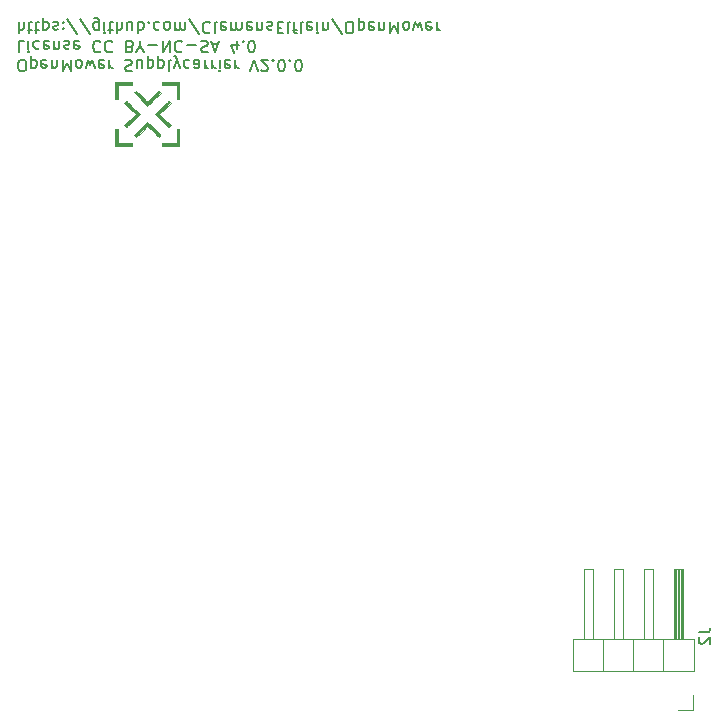
<source format=gbr>
%TF.GenerationSoftware,KiCad,Pcbnew,6.0.10+dfsg-1~bpo11+1*%
%TF.CreationDate,2023-02-16T23:00:13+00:00*%
%TF.ProjectId,mower_PowerDeviceCarrier,6d6f7765-725f-4506-9f77-657244657669,rev?*%
%TF.SameCoordinates,PX2b5aa20PY5837b10*%
%TF.FileFunction,Legend,Bot*%
%TF.FilePolarity,Positive*%
%FSLAX46Y46*%
G04 Gerber Fmt 4.6, Leading zero omitted, Abs format (unit mm)*
G04 Created by KiCad (PCBNEW 6.0.10+dfsg-1~bpo11+1) date 2023-02-16 23:00:13*
%MOMM*%
%LPD*%
G01*
G04 APERTURE LIST*
%ADD10C,0.150000*%
%ADD11C,0.120000*%
%ADD12C,0.010000*%
G04 APERTURE END LIST*
D10*
X37122871Y-56905619D02*
X37313347Y-56905619D01*
X37408585Y-56858000D01*
X37503823Y-56762761D01*
X37551442Y-56572285D01*
X37551442Y-56238952D01*
X37503823Y-56048476D01*
X37408585Y-55953238D01*
X37313347Y-55905619D01*
X37122871Y-55905619D01*
X37027633Y-55953238D01*
X36932395Y-56048476D01*
X36884776Y-56238952D01*
X36884776Y-56572285D01*
X36932395Y-56762761D01*
X37027633Y-56858000D01*
X37122871Y-56905619D01*
X37980014Y-56572285D02*
X37980014Y-55572285D01*
X37980014Y-56524666D02*
X38075252Y-56572285D01*
X38265728Y-56572285D01*
X38360966Y-56524666D01*
X38408585Y-56477047D01*
X38456204Y-56381809D01*
X38456204Y-56096095D01*
X38408585Y-56000857D01*
X38360966Y-55953238D01*
X38265728Y-55905619D01*
X38075252Y-55905619D01*
X37980014Y-55953238D01*
X39265728Y-55953238D02*
X39170490Y-55905619D01*
X38980014Y-55905619D01*
X38884776Y-55953238D01*
X38837157Y-56048476D01*
X38837157Y-56429428D01*
X38884776Y-56524666D01*
X38980014Y-56572285D01*
X39170490Y-56572285D01*
X39265728Y-56524666D01*
X39313347Y-56429428D01*
X39313347Y-56334190D01*
X38837157Y-56238952D01*
X39741919Y-56572285D02*
X39741919Y-55905619D01*
X39741919Y-56477047D02*
X39789538Y-56524666D01*
X39884776Y-56572285D01*
X40027633Y-56572285D01*
X40122871Y-56524666D01*
X40170490Y-56429428D01*
X40170490Y-55905619D01*
X40646680Y-55905619D02*
X40646680Y-56905619D01*
X40980014Y-56191333D01*
X41313347Y-56905619D01*
X41313347Y-55905619D01*
X41932395Y-55905619D02*
X41837157Y-55953238D01*
X41789538Y-56000857D01*
X41741919Y-56096095D01*
X41741919Y-56381809D01*
X41789538Y-56477047D01*
X41837157Y-56524666D01*
X41932395Y-56572285D01*
X42075252Y-56572285D01*
X42170490Y-56524666D01*
X42218109Y-56477047D01*
X42265728Y-56381809D01*
X42265728Y-56096095D01*
X42218109Y-56000857D01*
X42170490Y-55953238D01*
X42075252Y-55905619D01*
X41932395Y-55905619D01*
X42599061Y-56572285D02*
X42789538Y-55905619D01*
X42980014Y-56381809D01*
X43170490Y-55905619D01*
X43360966Y-56572285D01*
X44122871Y-55953238D02*
X44027633Y-55905619D01*
X43837157Y-55905619D01*
X43741919Y-55953238D01*
X43694300Y-56048476D01*
X43694300Y-56429428D01*
X43741919Y-56524666D01*
X43837157Y-56572285D01*
X44027633Y-56572285D01*
X44122871Y-56524666D01*
X44170490Y-56429428D01*
X44170490Y-56334190D01*
X43694300Y-56238952D01*
X44599061Y-55905619D02*
X44599061Y-56572285D01*
X44599061Y-56381809D02*
X44646680Y-56477047D01*
X44694300Y-56524666D01*
X44789538Y-56572285D01*
X44884776Y-56572285D01*
X45932395Y-55953238D02*
X46075252Y-55905619D01*
X46313347Y-55905619D01*
X46408585Y-55953238D01*
X46456204Y-56000857D01*
X46503823Y-56096095D01*
X46503823Y-56191333D01*
X46456204Y-56286571D01*
X46408585Y-56334190D01*
X46313347Y-56381809D01*
X46122871Y-56429428D01*
X46027633Y-56477047D01*
X45980014Y-56524666D01*
X45932395Y-56619904D01*
X45932395Y-56715142D01*
X45980014Y-56810380D01*
X46027633Y-56858000D01*
X46122871Y-56905619D01*
X46360966Y-56905619D01*
X46503823Y-56858000D01*
X47360966Y-56572285D02*
X47360966Y-55905619D01*
X46932395Y-56572285D02*
X46932395Y-56048476D01*
X46980014Y-55953238D01*
X47075252Y-55905619D01*
X47218109Y-55905619D01*
X47313347Y-55953238D01*
X47360966Y-56000857D01*
X47837157Y-56572285D02*
X47837157Y-55572285D01*
X47837157Y-56524666D02*
X47932395Y-56572285D01*
X48122871Y-56572285D01*
X48218109Y-56524666D01*
X48265728Y-56477047D01*
X48313347Y-56381809D01*
X48313347Y-56096095D01*
X48265728Y-56000857D01*
X48218109Y-55953238D01*
X48122871Y-55905619D01*
X47932395Y-55905619D01*
X47837157Y-55953238D01*
X48741919Y-56572285D02*
X48741919Y-55572285D01*
X48741919Y-56524666D02*
X48837157Y-56572285D01*
X49027633Y-56572285D01*
X49122871Y-56524666D01*
X49170490Y-56477047D01*
X49218109Y-56381809D01*
X49218109Y-56096095D01*
X49170490Y-56000857D01*
X49122871Y-55953238D01*
X49027633Y-55905619D01*
X48837157Y-55905619D01*
X48741919Y-55953238D01*
X49789538Y-55905619D02*
X49694299Y-55953238D01*
X49646680Y-56048476D01*
X49646680Y-56905619D01*
X50075252Y-56572285D02*
X50313347Y-55905619D01*
X50551442Y-56572285D02*
X50313347Y-55905619D01*
X50218109Y-55667523D01*
X50170490Y-55619904D01*
X50075252Y-55572285D01*
X51360966Y-55953238D02*
X51265728Y-55905619D01*
X51075252Y-55905619D01*
X50980014Y-55953238D01*
X50932395Y-56000857D01*
X50884776Y-56096095D01*
X50884776Y-56381809D01*
X50932395Y-56477047D01*
X50980014Y-56524666D01*
X51075252Y-56572285D01*
X51265728Y-56572285D01*
X51360966Y-56524666D01*
X52218109Y-55905619D02*
X52218109Y-56429428D01*
X52170490Y-56524666D01*
X52075252Y-56572285D01*
X51884776Y-56572285D01*
X51789538Y-56524666D01*
X52218109Y-55953238D02*
X52122871Y-55905619D01*
X51884776Y-55905619D01*
X51789538Y-55953238D01*
X51741919Y-56048476D01*
X51741919Y-56143714D01*
X51789538Y-56238952D01*
X51884776Y-56286571D01*
X52122871Y-56286571D01*
X52218109Y-56334190D01*
X52694299Y-55905619D02*
X52694299Y-56572285D01*
X52694299Y-56381809D02*
X52741919Y-56477047D01*
X52789538Y-56524666D01*
X52884776Y-56572285D01*
X52980014Y-56572285D01*
X53313347Y-55905619D02*
X53313347Y-56572285D01*
X53313347Y-56381809D02*
X53360966Y-56477047D01*
X53408585Y-56524666D01*
X53503823Y-56572285D01*
X53599061Y-56572285D01*
X53932395Y-55905619D02*
X53932395Y-56572285D01*
X53932395Y-56905619D02*
X53884776Y-56858000D01*
X53932395Y-56810380D01*
X53980014Y-56858000D01*
X53932395Y-56905619D01*
X53932395Y-56810380D01*
X54789538Y-55953238D02*
X54694299Y-55905619D01*
X54503823Y-55905619D01*
X54408585Y-55953238D01*
X54360966Y-56048476D01*
X54360966Y-56429428D01*
X54408585Y-56524666D01*
X54503823Y-56572285D01*
X54694299Y-56572285D01*
X54789538Y-56524666D01*
X54837157Y-56429428D01*
X54837157Y-56334190D01*
X54360966Y-56238952D01*
X55265728Y-55905619D02*
X55265728Y-56572285D01*
X55265728Y-56381809D02*
X55313347Y-56477047D01*
X55360966Y-56524666D01*
X55456204Y-56572285D01*
X55551442Y-56572285D01*
X56503823Y-56905619D02*
X56837157Y-55905619D01*
X57170490Y-56905619D01*
X57456204Y-56810380D02*
X57503823Y-56858000D01*
X57599061Y-56905619D01*
X57837157Y-56905619D01*
X57932395Y-56858000D01*
X57980014Y-56810380D01*
X58027633Y-56715142D01*
X58027633Y-56619904D01*
X57980014Y-56477047D01*
X57408585Y-55905619D01*
X58027633Y-55905619D01*
X58456204Y-56000857D02*
X58503823Y-55953238D01*
X58456204Y-55905619D01*
X58408585Y-55953238D01*
X58456204Y-56000857D01*
X58456204Y-55905619D01*
X59122871Y-56905619D02*
X59218109Y-56905619D01*
X59313347Y-56858000D01*
X59360966Y-56810380D01*
X59408585Y-56715142D01*
X59456204Y-56524666D01*
X59456204Y-56286571D01*
X59408585Y-56096095D01*
X59360966Y-56000857D01*
X59313347Y-55953238D01*
X59218109Y-55905619D01*
X59122871Y-55905619D01*
X59027633Y-55953238D01*
X58980014Y-56000857D01*
X58932395Y-56096095D01*
X58884776Y-56286571D01*
X58884776Y-56524666D01*
X58932395Y-56715142D01*
X58980014Y-56810380D01*
X59027633Y-56858000D01*
X59122871Y-56905619D01*
X59884776Y-56000857D02*
X59932395Y-55953238D01*
X59884776Y-55905619D01*
X59837157Y-55953238D01*
X59884776Y-56000857D01*
X59884776Y-55905619D01*
X60551442Y-56905619D02*
X60646680Y-56905619D01*
X60741919Y-56858000D01*
X60789538Y-56810380D01*
X60837157Y-56715142D01*
X60884776Y-56524666D01*
X60884776Y-56286571D01*
X60837157Y-56096095D01*
X60789538Y-56000857D01*
X60741919Y-55953238D01*
X60646680Y-55905619D01*
X60551442Y-55905619D01*
X60456204Y-55953238D01*
X60408585Y-56000857D01*
X60360966Y-56096095D01*
X60313347Y-56286571D01*
X60313347Y-56524666D01*
X60360966Y-56715142D01*
X60408585Y-56810380D01*
X60456204Y-56858000D01*
X60551442Y-56905619D01*
X37408585Y-54295619D02*
X36932395Y-54295619D01*
X36932395Y-55295619D01*
X37741919Y-54295619D02*
X37741919Y-54962285D01*
X37741919Y-55295619D02*
X37694300Y-55248000D01*
X37741919Y-55200380D01*
X37789538Y-55248000D01*
X37741919Y-55295619D01*
X37741919Y-55200380D01*
X38646680Y-54343238D02*
X38551442Y-54295619D01*
X38360966Y-54295619D01*
X38265728Y-54343238D01*
X38218109Y-54390857D01*
X38170490Y-54486095D01*
X38170490Y-54771809D01*
X38218109Y-54867047D01*
X38265728Y-54914666D01*
X38360966Y-54962285D01*
X38551442Y-54962285D01*
X38646680Y-54914666D01*
X39456204Y-54343238D02*
X39360966Y-54295619D01*
X39170490Y-54295619D01*
X39075252Y-54343238D01*
X39027633Y-54438476D01*
X39027633Y-54819428D01*
X39075252Y-54914666D01*
X39170490Y-54962285D01*
X39360966Y-54962285D01*
X39456204Y-54914666D01*
X39503823Y-54819428D01*
X39503823Y-54724190D01*
X39027633Y-54628952D01*
X39932395Y-54962285D02*
X39932395Y-54295619D01*
X39932395Y-54867047D02*
X39980014Y-54914666D01*
X40075252Y-54962285D01*
X40218109Y-54962285D01*
X40313347Y-54914666D01*
X40360966Y-54819428D01*
X40360966Y-54295619D01*
X40789538Y-54343238D02*
X40884776Y-54295619D01*
X41075252Y-54295619D01*
X41170490Y-54343238D01*
X41218109Y-54438476D01*
X41218109Y-54486095D01*
X41170490Y-54581333D01*
X41075252Y-54628952D01*
X40932395Y-54628952D01*
X40837157Y-54676571D01*
X40789538Y-54771809D01*
X40789538Y-54819428D01*
X40837157Y-54914666D01*
X40932395Y-54962285D01*
X41075252Y-54962285D01*
X41170490Y-54914666D01*
X42027633Y-54343238D02*
X41932395Y-54295619D01*
X41741919Y-54295619D01*
X41646680Y-54343238D01*
X41599061Y-54438476D01*
X41599061Y-54819428D01*
X41646680Y-54914666D01*
X41741919Y-54962285D01*
X41932395Y-54962285D01*
X42027633Y-54914666D01*
X42075252Y-54819428D01*
X42075252Y-54724190D01*
X41599061Y-54628952D01*
X43837157Y-54390857D02*
X43789538Y-54343238D01*
X43646680Y-54295619D01*
X43551442Y-54295619D01*
X43408585Y-54343238D01*
X43313347Y-54438476D01*
X43265728Y-54533714D01*
X43218109Y-54724190D01*
X43218109Y-54867047D01*
X43265728Y-55057523D01*
X43313347Y-55152761D01*
X43408585Y-55248000D01*
X43551442Y-55295619D01*
X43646680Y-55295619D01*
X43789538Y-55248000D01*
X43837157Y-55200380D01*
X44837157Y-54390857D02*
X44789538Y-54343238D01*
X44646680Y-54295619D01*
X44551442Y-54295619D01*
X44408585Y-54343238D01*
X44313347Y-54438476D01*
X44265728Y-54533714D01*
X44218109Y-54724190D01*
X44218109Y-54867047D01*
X44265728Y-55057523D01*
X44313347Y-55152761D01*
X44408585Y-55248000D01*
X44551442Y-55295619D01*
X44646680Y-55295619D01*
X44789538Y-55248000D01*
X44837157Y-55200380D01*
X46360966Y-54819428D02*
X46503823Y-54771809D01*
X46551442Y-54724190D01*
X46599061Y-54628952D01*
X46599061Y-54486095D01*
X46551442Y-54390857D01*
X46503823Y-54343238D01*
X46408585Y-54295619D01*
X46027633Y-54295619D01*
X46027633Y-55295619D01*
X46360966Y-55295619D01*
X46456204Y-55248000D01*
X46503823Y-55200380D01*
X46551442Y-55105142D01*
X46551442Y-55009904D01*
X46503823Y-54914666D01*
X46456204Y-54867047D01*
X46360966Y-54819428D01*
X46027633Y-54819428D01*
X47218109Y-54771809D02*
X47218109Y-54295619D01*
X46884776Y-55295619D02*
X47218109Y-54771809D01*
X47551442Y-55295619D01*
X47884776Y-54676571D02*
X48646680Y-54676571D01*
X49122871Y-54295619D02*
X49122871Y-55295619D01*
X49694300Y-54295619D01*
X49694300Y-55295619D01*
X50741919Y-54390857D02*
X50694300Y-54343238D01*
X50551442Y-54295619D01*
X50456204Y-54295619D01*
X50313347Y-54343238D01*
X50218109Y-54438476D01*
X50170490Y-54533714D01*
X50122871Y-54724190D01*
X50122871Y-54867047D01*
X50170490Y-55057523D01*
X50218109Y-55152761D01*
X50313347Y-55248000D01*
X50456204Y-55295619D01*
X50551442Y-55295619D01*
X50694300Y-55248000D01*
X50741919Y-55200380D01*
X51170490Y-54676571D02*
X51932395Y-54676571D01*
X52360966Y-54343238D02*
X52503823Y-54295619D01*
X52741919Y-54295619D01*
X52837157Y-54343238D01*
X52884776Y-54390857D01*
X52932395Y-54486095D01*
X52932395Y-54581333D01*
X52884776Y-54676571D01*
X52837157Y-54724190D01*
X52741919Y-54771809D01*
X52551442Y-54819428D01*
X52456204Y-54867047D01*
X52408585Y-54914666D01*
X52360966Y-55009904D01*
X52360966Y-55105142D01*
X52408585Y-55200380D01*
X52456204Y-55248000D01*
X52551442Y-55295619D01*
X52789538Y-55295619D01*
X52932395Y-55248000D01*
X53313347Y-54581333D02*
X53789538Y-54581333D01*
X53218109Y-54295619D02*
X53551442Y-55295619D01*
X53884776Y-54295619D01*
X55408585Y-54962285D02*
X55408585Y-54295619D01*
X55170490Y-55343238D02*
X54932395Y-54628952D01*
X55551442Y-54628952D01*
X55932395Y-54390857D02*
X55980014Y-54343238D01*
X55932395Y-54295619D01*
X55884776Y-54343238D01*
X55932395Y-54390857D01*
X55932395Y-54295619D01*
X56599061Y-55295619D02*
X56694300Y-55295619D01*
X56789538Y-55248000D01*
X56837157Y-55200380D01*
X56884776Y-55105142D01*
X56932395Y-54914666D01*
X56932395Y-54676571D01*
X56884776Y-54486095D01*
X56837157Y-54390857D01*
X56789538Y-54343238D01*
X56694300Y-54295619D01*
X56599061Y-54295619D01*
X56503823Y-54343238D01*
X56456204Y-54390857D01*
X56408585Y-54486095D01*
X56360966Y-54676571D01*
X56360966Y-54914666D01*
X56408585Y-55105142D01*
X56456204Y-55200380D01*
X56503823Y-55248000D01*
X56599061Y-55295619D01*
X36932395Y-52685619D02*
X36932395Y-53685619D01*
X37360966Y-52685619D02*
X37360966Y-53209428D01*
X37313347Y-53304666D01*
X37218109Y-53352285D01*
X37075252Y-53352285D01*
X36980014Y-53304666D01*
X36932395Y-53257047D01*
X37694300Y-53352285D02*
X38075252Y-53352285D01*
X37837157Y-53685619D02*
X37837157Y-52828476D01*
X37884776Y-52733238D01*
X37980014Y-52685619D01*
X38075252Y-52685619D01*
X38265728Y-53352285D02*
X38646680Y-53352285D01*
X38408585Y-53685619D02*
X38408585Y-52828476D01*
X38456204Y-52733238D01*
X38551442Y-52685619D01*
X38646680Y-52685619D01*
X38980014Y-53352285D02*
X38980014Y-52352285D01*
X38980014Y-53304666D02*
X39075252Y-53352285D01*
X39265728Y-53352285D01*
X39360966Y-53304666D01*
X39408585Y-53257047D01*
X39456204Y-53161809D01*
X39456204Y-52876095D01*
X39408585Y-52780857D01*
X39360966Y-52733238D01*
X39265728Y-52685619D01*
X39075252Y-52685619D01*
X38980014Y-52733238D01*
X39837157Y-52733238D02*
X39932395Y-52685619D01*
X40122871Y-52685619D01*
X40218109Y-52733238D01*
X40265728Y-52828476D01*
X40265728Y-52876095D01*
X40218109Y-52971333D01*
X40122871Y-53018952D01*
X39980014Y-53018952D01*
X39884776Y-53066571D01*
X39837157Y-53161809D01*
X39837157Y-53209428D01*
X39884776Y-53304666D01*
X39980014Y-53352285D01*
X40122871Y-53352285D01*
X40218109Y-53304666D01*
X40694300Y-52780857D02*
X40741919Y-52733238D01*
X40694300Y-52685619D01*
X40646680Y-52733238D01*
X40694300Y-52780857D01*
X40694300Y-52685619D01*
X40694300Y-53304666D02*
X40741919Y-53257047D01*
X40694300Y-53209428D01*
X40646680Y-53257047D01*
X40694300Y-53304666D01*
X40694300Y-53209428D01*
X41884776Y-53733238D02*
X41027633Y-52447523D01*
X42932395Y-53733238D02*
X42075252Y-52447523D01*
X43694300Y-53352285D02*
X43694300Y-52542761D01*
X43646680Y-52447523D01*
X43599061Y-52399904D01*
X43503823Y-52352285D01*
X43360966Y-52352285D01*
X43265728Y-52399904D01*
X43694300Y-52733238D02*
X43599061Y-52685619D01*
X43408585Y-52685619D01*
X43313347Y-52733238D01*
X43265728Y-52780857D01*
X43218109Y-52876095D01*
X43218109Y-53161809D01*
X43265728Y-53257047D01*
X43313347Y-53304666D01*
X43408585Y-53352285D01*
X43599061Y-53352285D01*
X43694300Y-53304666D01*
X44170490Y-52685619D02*
X44170490Y-53352285D01*
X44170490Y-53685619D02*
X44122871Y-53638000D01*
X44170490Y-53590380D01*
X44218109Y-53638000D01*
X44170490Y-53685619D01*
X44170490Y-53590380D01*
X44503823Y-53352285D02*
X44884776Y-53352285D01*
X44646680Y-53685619D02*
X44646680Y-52828476D01*
X44694300Y-52733238D01*
X44789538Y-52685619D01*
X44884776Y-52685619D01*
X45218109Y-52685619D02*
X45218109Y-53685619D01*
X45646680Y-52685619D02*
X45646680Y-53209428D01*
X45599061Y-53304666D01*
X45503823Y-53352285D01*
X45360966Y-53352285D01*
X45265728Y-53304666D01*
X45218109Y-53257047D01*
X46551442Y-53352285D02*
X46551442Y-52685619D01*
X46122871Y-53352285D02*
X46122871Y-52828476D01*
X46170490Y-52733238D01*
X46265728Y-52685619D01*
X46408585Y-52685619D01*
X46503823Y-52733238D01*
X46551442Y-52780857D01*
X47027633Y-52685619D02*
X47027633Y-53685619D01*
X47027633Y-53304666D02*
X47122871Y-53352285D01*
X47313347Y-53352285D01*
X47408585Y-53304666D01*
X47456204Y-53257047D01*
X47503823Y-53161809D01*
X47503823Y-52876095D01*
X47456204Y-52780857D01*
X47408585Y-52733238D01*
X47313347Y-52685619D01*
X47122871Y-52685619D01*
X47027633Y-52733238D01*
X47932395Y-52780857D02*
X47980014Y-52733238D01*
X47932395Y-52685619D01*
X47884776Y-52733238D01*
X47932395Y-52780857D01*
X47932395Y-52685619D01*
X48837157Y-52733238D02*
X48741919Y-52685619D01*
X48551442Y-52685619D01*
X48456204Y-52733238D01*
X48408585Y-52780857D01*
X48360966Y-52876095D01*
X48360966Y-53161809D01*
X48408585Y-53257047D01*
X48456204Y-53304666D01*
X48551442Y-53352285D01*
X48741919Y-53352285D01*
X48837157Y-53304666D01*
X49408585Y-52685619D02*
X49313347Y-52733238D01*
X49265728Y-52780857D01*
X49218109Y-52876095D01*
X49218109Y-53161809D01*
X49265728Y-53257047D01*
X49313347Y-53304666D01*
X49408585Y-53352285D01*
X49551442Y-53352285D01*
X49646680Y-53304666D01*
X49694300Y-53257047D01*
X49741919Y-53161809D01*
X49741919Y-52876095D01*
X49694300Y-52780857D01*
X49646680Y-52733238D01*
X49551442Y-52685619D01*
X49408585Y-52685619D01*
X50170490Y-52685619D02*
X50170490Y-53352285D01*
X50170490Y-53257047D02*
X50218109Y-53304666D01*
X50313347Y-53352285D01*
X50456204Y-53352285D01*
X50551442Y-53304666D01*
X50599061Y-53209428D01*
X50599061Y-52685619D01*
X50599061Y-53209428D02*
X50646680Y-53304666D01*
X50741919Y-53352285D01*
X50884776Y-53352285D01*
X50980014Y-53304666D01*
X51027633Y-53209428D01*
X51027633Y-52685619D01*
X52218109Y-53733238D02*
X51360966Y-52447523D01*
X53122871Y-52780857D02*
X53075252Y-52733238D01*
X52932395Y-52685619D01*
X52837157Y-52685619D01*
X52694300Y-52733238D01*
X52599061Y-52828476D01*
X52551442Y-52923714D01*
X52503823Y-53114190D01*
X52503823Y-53257047D01*
X52551442Y-53447523D01*
X52599061Y-53542761D01*
X52694300Y-53638000D01*
X52837157Y-53685619D01*
X52932395Y-53685619D01*
X53075252Y-53638000D01*
X53122871Y-53590380D01*
X53694300Y-52685619D02*
X53599061Y-52733238D01*
X53551442Y-52828476D01*
X53551442Y-53685619D01*
X54456204Y-52733238D02*
X54360966Y-52685619D01*
X54170490Y-52685619D01*
X54075252Y-52733238D01*
X54027633Y-52828476D01*
X54027633Y-53209428D01*
X54075252Y-53304666D01*
X54170490Y-53352285D01*
X54360966Y-53352285D01*
X54456204Y-53304666D01*
X54503823Y-53209428D01*
X54503823Y-53114190D01*
X54027633Y-53018952D01*
X54932395Y-52685619D02*
X54932395Y-53352285D01*
X54932395Y-53257047D02*
X54980014Y-53304666D01*
X55075252Y-53352285D01*
X55218109Y-53352285D01*
X55313347Y-53304666D01*
X55360966Y-53209428D01*
X55360966Y-52685619D01*
X55360966Y-53209428D02*
X55408585Y-53304666D01*
X55503823Y-53352285D01*
X55646680Y-53352285D01*
X55741919Y-53304666D01*
X55789538Y-53209428D01*
X55789538Y-52685619D01*
X56646680Y-52733238D02*
X56551442Y-52685619D01*
X56360966Y-52685619D01*
X56265728Y-52733238D01*
X56218109Y-52828476D01*
X56218109Y-53209428D01*
X56265728Y-53304666D01*
X56360966Y-53352285D01*
X56551442Y-53352285D01*
X56646680Y-53304666D01*
X56694300Y-53209428D01*
X56694300Y-53114190D01*
X56218109Y-53018952D01*
X57122871Y-53352285D02*
X57122871Y-52685619D01*
X57122871Y-53257047D02*
X57170490Y-53304666D01*
X57265728Y-53352285D01*
X57408585Y-53352285D01*
X57503823Y-53304666D01*
X57551442Y-53209428D01*
X57551442Y-52685619D01*
X57980014Y-52733238D02*
X58075252Y-52685619D01*
X58265728Y-52685619D01*
X58360966Y-52733238D01*
X58408585Y-52828476D01*
X58408585Y-52876095D01*
X58360966Y-52971333D01*
X58265728Y-53018952D01*
X58122871Y-53018952D01*
X58027633Y-53066571D01*
X57980014Y-53161809D01*
X57980014Y-53209428D01*
X58027633Y-53304666D01*
X58122871Y-53352285D01*
X58265728Y-53352285D01*
X58360966Y-53304666D01*
X58837157Y-53209428D02*
X59170490Y-53209428D01*
X59313347Y-52685619D02*
X58837157Y-52685619D01*
X58837157Y-53685619D01*
X59313347Y-53685619D01*
X59884776Y-52685619D02*
X59789538Y-52733238D01*
X59741919Y-52828476D01*
X59741919Y-53685619D01*
X60122871Y-53352285D02*
X60503823Y-53352285D01*
X60265728Y-52685619D02*
X60265728Y-53542761D01*
X60313347Y-53638000D01*
X60408585Y-53685619D01*
X60503823Y-53685619D01*
X60980014Y-52685619D02*
X60884776Y-52733238D01*
X60837157Y-52828476D01*
X60837157Y-53685619D01*
X61741919Y-52733238D02*
X61646680Y-52685619D01*
X61456204Y-52685619D01*
X61360966Y-52733238D01*
X61313347Y-52828476D01*
X61313347Y-53209428D01*
X61360966Y-53304666D01*
X61456204Y-53352285D01*
X61646680Y-53352285D01*
X61741919Y-53304666D01*
X61789538Y-53209428D01*
X61789538Y-53114190D01*
X61313347Y-53018952D01*
X62218109Y-52685619D02*
X62218109Y-53352285D01*
X62218109Y-53685619D02*
X62170490Y-53638000D01*
X62218109Y-53590380D01*
X62265728Y-53638000D01*
X62218109Y-53685619D01*
X62218109Y-53590380D01*
X62694300Y-53352285D02*
X62694300Y-52685619D01*
X62694300Y-53257047D02*
X62741919Y-53304666D01*
X62837157Y-53352285D01*
X62980014Y-53352285D01*
X63075252Y-53304666D01*
X63122871Y-53209428D01*
X63122871Y-52685619D01*
X64313347Y-53733238D02*
X63456204Y-52447523D01*
X64837157Y-53685619D02*
X65027633Y-53685619D01*
X65122871Y-53638000D01*
X65218109Y-53542761D01*
X65265728Y-53352285D01*
X65265728Y-53018952D01*
X65218109Y-52828476D01*
X65122871Y-52733238D01*
X65027633Y-52685619D01*
X64837157Y-52685619D01*
X64741919Y-52733238D01*
X64646680Y-52828476D01*
X64599061Y-53018952D01*
X64599061Y-53352285D01*
X64646680Y-53542761D01*
X64741919Y-53638000D01*
X64837157Y-53685619D01*
X65694300Y-53352285D02*
X65694300Y-52352285D01*
X65694300Y-53304666D02*
X65789538Y-53352285D01*
X65980014Y-53352285D01*
X66075252Y-53304666D01*
X66122871Y-53257047D01*
X66170490Y-53161809D01*
X66170490Y-52876095D01*
X66122871Y-52780857D01*
X66075252Y-52733238D01*
X65980014Y-52685619D01*
X65789538Y-52685619D01*
X65694300Y-52733238D01*
X66980014Y-52733238D02*
X66884776Y-52685619D01*
X66694300Y-52685619D01*
X66599061Y-52733238D01*
X66551442Y-52828476D01*
X66551442Y-53209428D01*
X66599061Y-53304666D01*
X66694300Y-53352285D01*
X66884776Y-53352285D01*
X66980014Y-53304666D01*
X67027633Y-53209428D01*
X67027633Y-53114190D01*
X66551442Y-53018952D01*
X67456204Y-53352285D02*
X67456204Y-52685619D01*
X67456204Y-53257047D02*
X67503823Y-53304666D01*
X67599061Y-53352285D01*
X67741919Y-53352285D01*
X67837157Y-53304666D01*
X67884776Y-53209428D01*
X67884776Y-52685619D01*
X68360966Y-52685619D02*
X68360966Y-53685619D01*
X68694300Y-52971333D01*
X69027633Y-53685619D01*
X69027633Y-52685619D01*
X69646680Y-52685619D02*
X69551442Y-52733238D01*
X69503823Y-52780857D01*
X69456204Y-52876095D01*
X69456204Y-53161809D01*
X69503823Y-53257047D01*
X69551442Y-53304666D01*
X69646680Y-53352285D01*
X69789538Y-53352285D01*
X69884776Y-53304666D01*
X69932395Y-53257047D01*
X69980014Y-53161809D01*
X69980014Y-52876095D01*
X69932395Y-52780857D01*
X69884776Y-52733238D01*
X69789538Y-52685619D01*
X69646680Y-52685619D01*
X70313347Y-53352285D02*
X70503823Y-52685619D01*
X70694300Y-53161809D01*
X70884776Y-52685619D01*
X71075252Y-53352285D01*
X71837157Y-52733238D02*
X71741919Y-52685619D01*
X71551442Y-52685619D01*
X71456204Y-52733238D01*
X71408585Y-52828476D01*
X71408585Y-53209428D01*
X71456204Y-53304666D01*
X71551442Y-53352285D01*
X71741919Y-53352285D01*
X71837157Y-53304666D01*
X71884776Y-53209428D01*
X71884776Y-53114190D01*
X71408585Y-53018952D01*
X72313347Y-52685619D02*
X72313347Y-53352285D01*
X72313347Y-53161809D02*
X72360966Y-53257047D01*
X72408585Y-53304666D01*
X72503823Y-53352285D01*
X72599061Y-53352285D01*
%TO.C,J2*%
X94491780Y-104372866D02*
X95206066Y-104372866D01*
X95348923Y-104325247D01*
X95444161Y-104230009D01*
X95491780Y-104087152D01*
X95491780Y-103991914D01*
X94587019Y-104801438D02*
X94539400Y-104849057D01*
X94491780Y-104944295D01*
X94491780Y-105182390D01*
X94539400Y-105277628D01*
X94587019Y-105325247D01*
X94682257Y-105372866D01*
X94777495Y-105372866D01*
X94920352Y-105325247D01*
X95491780Y-104753819D01*
X95491780Y-105372866D01*
D11*
X92609400Y-104991200D02*
X92609400Y-98991200D01*
X88069400Y-98991200D02*
X87309400Y-98991200D01*
X83819400Y-107651200D02*
X83819400Y-104991200D01*
X92769400Y-110960200D02*
X94039400Y-110960200D01*
X91499400Y-107651200D02*
X91499400Y-104991200D01*
X84769400Y-98991200D02*
X84769400Y-104991200D01*
X87309400Y-98991200D02*
X87309400Y-104991200D01*
X94099400Y-107651200D02*
X83819400Y-107651200D01*
X90609400Y-98991200D02*
X89849400Y-98991200D01*
X94099400Y-104991200D02*
X94099400Y-107651200D01*
X93149400Y-104991200D02*
X93149400Y-98991200D01*
X92849400Y-104991200D02*
X92849400Y-98991200D01*
X88069400Y-104991200D02*
X88069400Y-98991200D01*
X86419400Y-107651200D02*
X86419400Y-104991200D01*
X83819400Y-104991200D02*
X94099400Y-104991200D01*
X92489400Y-104991200D02*
X92489400Y-98991200D01*
X93149400Y-98991200D02*
X92389400Y-98991200D01*
X89849400Y-98991200D02*
X89849400Y-104991200D01*
X88959400Y-107651200D02*
X88959400Y-104991200D01*
X94039400Y-110960200D02*
X94039400Y-109690200D01*
X92969400Y-104991200D02*
X92969400Y-98991200D01*
X85529400Y-98991200D02*
X84769400Y-98991200D01*
X92729400Y-104991200D02*
X92729400Y-98991200D01*
X90609400Y-104991200D02*
X90609400Y-98991200D01*
X92389400Y-98991200D02*
X92389400Y-104991200D01*
X93089400Y-104991200D02*
X93089400Y-98991200D01*
X85529400Y-104991200D02*
X85529400Y-98991200D01*
%TO.C,G\u002A\u002A\u002A*%
G36*
X49621998Y-59404062D02*
G01*
X49663289Y-59426948D01*
X49716796Y-59475275D01*
X49783964Y-59546772D01*
X48827534Y-60504444D01*
X49305749Y-60983281D01*
X49783964Y-61462117D01*
X49716796Y-61533614D01*
X49710681Y-61539993D01*
X49657478Y-61586189D01*
X49618998Y-61605111D01*
X49618193Y-61604979D01*
X49587982Y-61582707D01*
X49523987Y-61525812D01*
X49431630Y-61439433D01*
X49316330Y-61328708D01*
X49183506Y-61198777D01*
X49038578Y-61054778D01*
X48488788Y-60504444D01*
X49038578Y-59954111D01*
X49050674Y-59942011D01*
X49194820Y-59798963D01*
X49326423Y-59670400D01*
X49440062Y-59561461D01*
X49530317Y-59477285D01*
X49591769Y-59423011D01*
X49618998Y-59403778D01*
X49621998Y-59404062D01*
G37*
D12*
X49621998Y-59404062D02*
X49663289Y-59426948D01*
X49716796Y-59475275D01*
X49783964Y-59546772D01*
X48827534Y-60504444D01*
X49305749Y-60983281D01*
X49783964Y-61462117D01*
X49716796Y-61533614D01*
X49710681Y-61539993D01*
X49657478Y-61586189D01*
X49618998Y-61605111D01*
X49618193Y-61604979D01*
X49587982Y-61582707D01*
X49523987Y-61525812D01*
X49431630Y-61439433D01*
X49316330Y-61328708D01*
X49183506Y-61198777D01*
X49038578Y-61054778D01*
X48488788Y-60504444D01*
X49038578Y-59954111D01*
X49050674Y-59942011D01*
X49194820Y-59798963D01*
X49326423Y-59670400D01*
X49440062Y-59561461D01*
X49530317Y-59477285D01*
X49591769Y-59423011D01*
X49618998Y-59403778D01*
X49621998Y-59404062D01*
G36*
X46031852Y-59403910D02*
G01*
X46062063Y-59426181D01*
X46126058Y-59483076D01*
X46218415Y-59569456D01*
X46333715Y-59680181D01*
X46466539Y-59810112D01*
X46611467Y-59954111D01*
X47161257Y-60504444D01*
X46611467Y-61054778D01*
X46599371Y-61066878D01*
X46455225Y-61209926D01*
X46323622Y-61338489D01*
X46209983Y-61447428D01*
X46119728Y-61531604D01*
X46058276Y-61585878D01*
X46031047Y-61605111D01*
X46028047Y-61604827D01*
X45986756Y-61581941D01*
X45933249Y-61533614D01*
X45866081Y-61462117D01*
X46344296Y-60983281D01*
X46822511Y-60504444D01*
X45866081Y-59546772D01*
X45933249Y-59475275D01*
X45939364Y-59468895D01*
X45992567Y-59422700D01*
X46031047Y-59403778D01*
X46031852Y-59403910D01*
G37*
X46031852Y-59403910D02*
X46062063Y-59426181D01*
X46126058Y-59483076D01*
X46218415Y-59569456D01*
X46333715Y-59680181D01*
X46466539Y-59810112D01*
X46611467Y-59954111D01*
X47161257Y-60504444D01*
X46611467Y-61054778D01*
X46599371Y-61066878D01*
X46455225Y-61209926D01*
X46323622Y-61338489D01*
X46209983Y-61447428D01*
X46119728Y-61531604D01*
X46058276Y-61585878D01*
X46031047Y-61605111D01*
X46028047Y-61604827D01*
X45986756Y-61581941D01*
X45933249Y-61533614D01*
X45866081Y-61462117D01*
X46344296Y-60983281D01*
X46822511Y-60504444D01*
X45866081Y-59546772D01*
X45933249Y-59475275D01*
X45939364Y-59468895D01*
X45992567Y-59422700D01*
X46031047Y-59403778D01*
X46031852Y-59403910D01*
G36*
X45341467Y-62988000D02*
G01*
X46555022Y-62988000D01*
X46555022Y-63213778D01*
X45115689Y-63213778D01*
X45115689Y-61774444D01*
X45341467Y-61774444D01*
X45341467Y-62988000D01*
G37*
X45341467Y-62988000D02*
X46555022Y-62988000D01*
X46555022Y-63213778D01*
X45115689Y-63213778D01*
X45115689Y-61774444D01*
X45341467Y-61774444D01*
X45341467Y-62988000D01*
G36*
X50534356Y-63213778D02*
G01*
X49095022Y-63213778D01*
X49095022Y-62959778D01*
X50308578Y-62959778D01*
X50308578Y-61774444D01*
X50534356Y-61774444D01*
X50534356Y-63213778D01*
G37*
X50534356Y-63213778D02*
X49095022Y-63213778D01*
X49095022Y-62959778D01*
X50308578Y-62959778D01*
X50308578Y-61774444D01*
X50534356Y-61774444D01*
X50534356Y-63213778D01*
G36*
X48375352Y-61717997D02*
G01*
X48387811Y-61730450D01*
X48530776Y-61874357D01*
X48659258Y-62005471D01*
X48768122Y-62118415D01*
X48852238Y-62207813D01*
X48906471Y-62268289D01*
X48925689Y-62294465D01*
X48925680Y-62294934D01*
X48907313Y-62333016D01*
X48864325Y-62386459D01*
X48862205Y-62388705D01*
X48815428Y-62433328D01*
X48787017Y-62451778D01*
X48776008Y-62443712D01*
X48729791Y-62401738D01*
X48653177Y-62328800D01*
X48551875Y-62230414D01*
X48431595Y-62112097D01*
X48298047Y-61979367D01*
X47825022Y-61506956D01*
X47345360Y-61985995D01*
X46865698Y-62465035D01*
X46781055Y-62380392D01*
X46696412Y-62295748D01*
X47260714Y-61731975D01*
X47825016Y-61168203D01*
X48375352Y-61717997D01*
G37*
X48375352Y-61717997D02*
X48387811Y-61730450D01*
X48530776Y-61874357D01*
X48659258Y-62005471D01*
X48768122Y-62118415D01*
X48852238Y-62207813D01*
X48906471Y-62268289D01*
X48925689Y-62294465D01*
X48925680Y-62294934D01*
X48907313Y-62333016D01*
X48864325Y-62386459D01*
X48862205Y-62388705D01*
X48815428Y-62433328D01*
X48787017Y-62451778D01*
X48776008Y-62443712D01*
X48729791Y-62401738D01*
X48653177Y-62328800D01*
X48551875Y-62230414D01*
X48431595Y-62112097D01*
X48298047Y-61979367D01*
X47825022Y-61506956D01*
X47345360Y-61985995D01*
X46865698Y-62465035D01*
X46781055Y-62380392D01*
X46696412Y-62295748D01*
X47260714Y-61731975D01*
X47825016Y-61168203D01*
X48375352Y-61717997D01*
G36*
X50534356Y-59206222D02*
G01*
X50308578Y-59206222D01*
X50308578Y-58020889D01*
X49095022Y-58020889D01*
X49095022Y-57795111D01*
X50534356Y-57795111D01*
X50534356Y-59206222D01*
G37*
X50534356Y-59206222D02*
X50308578Y-59206222D01*
X50308578Y-58020889D01*
X49095022Y-58020889D01*
X49095022Y-57795111D01*
X50534356Y-57795111D01*
X50534356Y-59206222D01*
G36*
X46555022Y-58020889D02*
G01*
X45341467Y-58020889D01*
X45341467Y-59206222D01*
X45115689Y-59206222D01*
X45115689Y-57795111D01*
X46555022Y-57795111D01*
X46555022Y-58020889D01*
G37*
X46555022Y-58020889D02*
X45341467Y-58020889D01*
X45341467Y-59206222D01*
X45115689Y-59206222D01*
X45115689Y-57795111D01*
X46555022Y-57795111D01*
X46555022Y-58020889D01*
G36*
X47345993Y-58995303D02*
G01*
X47825022Y-59473711D01*
X48298800Y-59000548D01*
X48772577Y-58527385D01*
X48855150Y-58613572D01*
X48937722Y-58699759D01*
X48388699Y-59249324D01*
X48375813Y-59262219D01*
X48232698Y-59404878D01*
X48103111Y-59533075D01*
X47992302Y-59641692D01*
X47905519Y-59725612D01*
X47848012Y-59779717D01*
X47825029Y-59798889D01*
X47824129Y-59798521D01*
X47796167Y-59774294D01*
X47734340Y-59715786D01*
X47643854Y-59628073D01*
X47529912Y-59516231D01*
X47397721Y-59385337D01*
X47252483Y-59240467D01*
X46694585Y-58682044D01*
X46780774Y-58599470D01*
X46866963Y-58516895D01*
X47345993Y-58995303D01*
G37*
X47345993Y-58995303D02*
X47825022Y-59473711D01*
X48298800Y-59000548D01*
X48772577Y-58527385D01*
X48855150Y-58613572D01*
X48937722Y-58699759D01*
X48388699Y-59249324D01*
X48375813Y-59262219D01*
X48232698Y-59404878D01*
X48103111Y-59533075D01*
X47992302Y-59641692D01*
X47905519Y-59725612D01*
X47848012Y-59779717D01*
X47825029Y-59798889D01*
X47824129Y-59798521D01*
X47796167Y-59774294D01*
X47734340Y-59715786D01*
X47643854Y-59628073D01*
X47529912Y-59516231D01*
X47397721Y-59385337D01*
X47252483Y-59240467D01*
X46694585Y-58682044D01*
X46780774Y-58599470D01*
X46866963Y-58516895D01*
X47345993Y-58995303D01*
%TD*%
M02*

</source>
